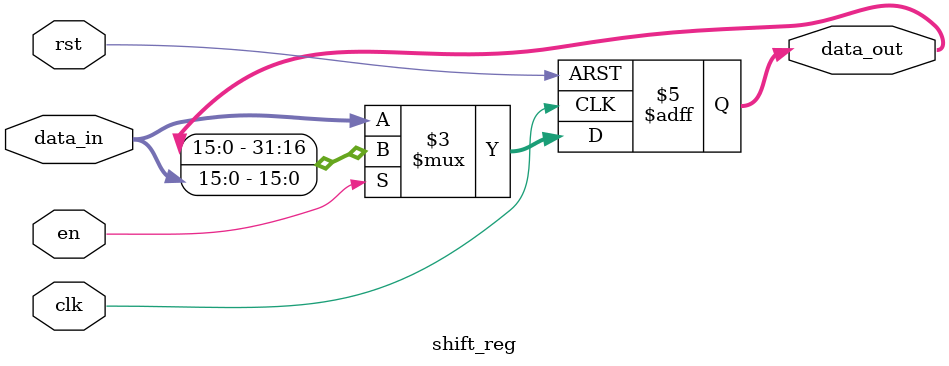
<source format=v>
module shift_reg_top #(parameter WIDTH=32) (clk,rst,data_in,data_out);
    input clk;
    input rst;
    input [WIDTH-1:0] data_in;
    output [WIDTH-1:0] data_out;

    reg enable;
    wire [WIDTH-1:0] d_out;
    
    always @ (posedge clk or posedge rst) begin
        if (rst)
            enable <= 0;
        else
            enable <= 1;
    end

    shift_reg #(.WIDTH(WIDTH)) shift_reg_inst (.clk(clk),.rst(rst),.data_in(data_in),.data_out(d_out),.en(enable));

    assign data_out=d_out;
endmodule


module shift_reg #(parameter WIDTH=32) (
    input clk,
    input rst,
    input en,
    input [WIDTH-1:0] data_in,
    output reg [WIDTH-1:0] data_out
    );
//    wire d;
//    assign d=1;
    always @ (posedge clk or posedge rst) begin
        if (rst)
            data_out <= 0;
        else begin
            if (en)
                data_out <= {data_out[WIDTH-17:0],data_in[WIDTH-17:0]};
            else
                data_out <= data_in;
        end
    end
endmodule

</source>
